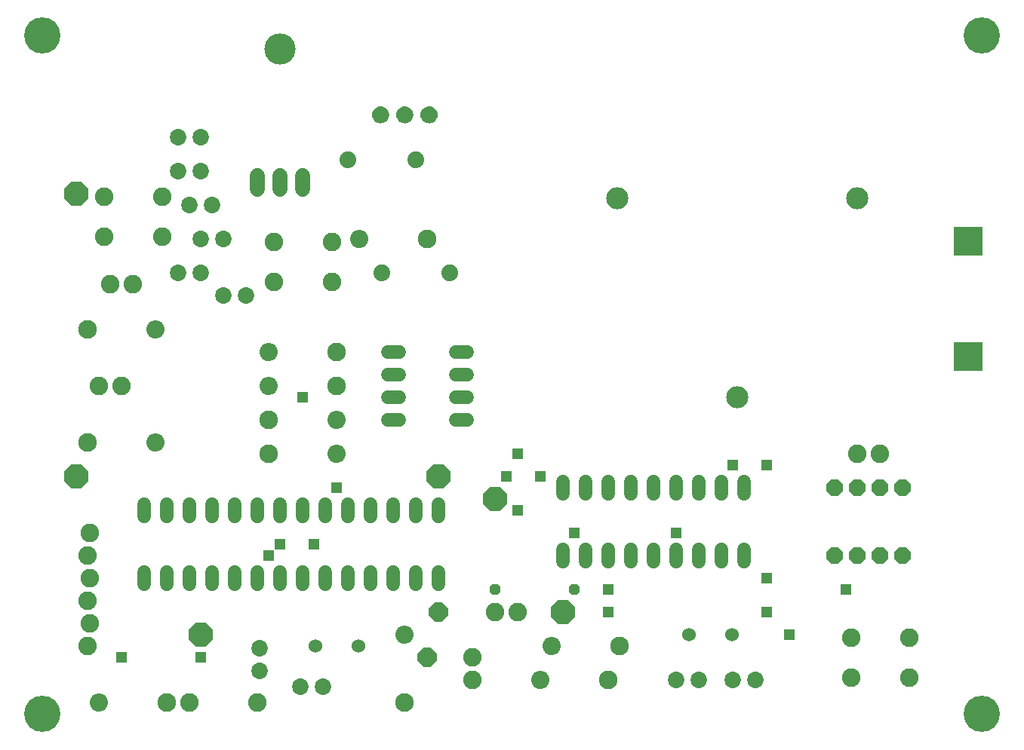
<source format=gbs>
G75*
%MOIN*%
%OFA0B0*%
%FSLAX25Y25*%
%IPPOS*%
%LPD*%
%AMOC8*
5,1,8,0,0,1.08239X$1,22.5*
%
%ADD10C,0.16000*%
%ADD11OC8,0.07100*%
%ADD12C,0.06000*%
%ADD13C,0.08200*%
%ADD14C,0.08062*%
%ADD15C,0.08246*%
%ADD16R,0.12800X0.12800*%
%ADD17C,0.09800*%
%ADD18C,0.06000*%
%ADD19C,0.07300*%
%ADD20C,0.07400*%
%ADD21C,0.06800*%
%ADD22C,0.13800*%
%ADD23C,0.00500*%
%ADD24R,0.04762X0.04762*%
%ADD25OC8,0.08400*%
%ADD26OC8,0.10800*%
%ADD27OC8,0.04762*%
D10*
X0021800Y0021800D03*
X0021800Y0321800D03*
X0436800Y0321800D03*
X0436800Y0021800D03*
D11*
X0401800Y0091800D03*
X0391800Y0091800D03*
X0381800Y0091800D03*
X0371800Y0091800D03*
X0371800Y0121800D03*
X0381800Y0121800D03*
X0391800Y0121800D03*
X0401800Y0121800D03*
D12*
X0331800Y0119200D02*
X0331800Y0124400D01*
X0321800Y0124400D02*
X0321800Y0119200D01*
X0311800Y0119200D02*
X0311800Y0124400D01*
X0301800Y0124400D02*
X0301800Y0119200D01*
X0291800Y0119200D02*
X0291800Y0124400D01*
X0281800Y0124400D02*
X0281800Y0119200D01*
X0271800Y0119200D02*
X0271800Y0124400D01*
X0261800Y0124400D02*
X0261800Y0119200D01*
X0251800Y0119200D02*
X0251800Y0124400D01*
X0251800Y0094400D02*
X0251800Y0089200D01*
X0261800Y0089200D02*
X0261800Y0094400D01*
X0271800Y0094400D02*
X0271800Y0089200D01*
X0281800Y0089200D02*
X0281800Y0094400D01*
X0291800Y0094400D02*
X0291800Y0089200D01*
X0301800Y0089200D02*
X0301800Y0094400D01*
X0311800Y0094400D02*
X0311800Y0089200D01*
X0321800Y0089200D02*
X0321800Y0094400D01*
X0331800Y0094400D02*
X0331800Y0089200D01*
X0209400Y0151800D02*
X0204200Y0151800D01*
X0204200Y0161800D02*
X0209400Y0161800D01*
X0209400Y0171800D02*
X0204200Y0171800D01*
X0204200Y0181800D02*
X0209400Y0181800D01*
X0179400Y0181800D02*
X0174200Y0181800D01*
X0174200Y0171800D02*
X0179400Y0171800D01*
X0179400Y0161800D02*
X0174200Y0161800D01*
X0174200Y0151800D02*
X0179400Y0151800D01*
X0176800Y0114400D02*
X0176800Y0109200D01*
X0166800Y0109200D02*
X0166800Y0114400D01*
X0156800Y0114400D02*
X0156800Y0109200D01*
X0146800Y0109200D02*
X0146800Y0114400D01*
X0136800Y0114400D02*
X0136800Y0109200D01*
X0126800Y0109200D02*
X0126800Y0114400D01*
X0116800Y0114400D02*
X0116800Y0109200D01*
X0106800Y0109200D02*
X0106800Y0114400D01*
X0096800Y0114400D02*
X0096800Y0109200D01*
X0086800Y0109200D02*
X0086800Y0114400D01*
X0076800Y0114400D02*
X0076800Y0109200D01*
X0066800Y0109200D02*
X0066800Y0114400D01*
X0066800Y0084400D02*
X0066800Y0079200D01*
X0076800Y0079200D02*
X0076800Y0084400D01*
X0086800Y0084400D02*
X0086800Y0079200D01*
X0096800Y0079200D02*
X0096800Y0084400D01*
X0106800Y0084400D02*
X0106800Y0079200D01*
X0116800Y0079200D02*
X0116800Y0084400D01*
X0126800Y0084400D02*
X0126800Y0079200D01*
X0136800Y0079200D02*
X0136800Y0084400D01*
X0146800Y0084400D02*
X0146800Y0079200D01*
X0156800Y0079200D02*
X0156800Y0084400D01*
X0166800Y0084400D02*
X0166800Y0079200D01*
X0176800Y0079200D02*
X0176800Y0084400D01*
X0186800Y0084400D02*
X0186800Y0079200D01*
X0196800Y0079200D02*
X0196800Y0084400D01*
X0196800Y0109200D02*
X0196800Y0114400D01*
X0186800Y0114400D02*
X0186800Y0109200D01*
D13*
X0221800Y0066800D03*
X0231800Y0066800D03*
X0211800Y0046800D03*
X0211800Y0036800D03*
X0116800Y0026800D03*
X0086800Y0026800D03*
X0041800Y0051800D03*
X0042800Y0061800D03*
X0041800Y0071800D03*
X0042800Y0081800D03*
X0041800Y0091800D03*
X0042800Y0101800D03*
X0046800Y0166800D03*
X0056800Y0166800D03*
X0051800Y0211800D03*
X0061800Y0211800D03*
X0049000Y0232900D03*
X0049000Y0250700D03*
X0074600Y0250700D03*
X0074600Y0232900D03*
X0124000Y0230700D03*
X0149600Y0230700D03*
X0149600Y0212900D03*
X0124000Y0212900D03*
X0379000Y0055700D03*
X0379000Y0037900D03*
X0404600Y0037900D03*
X0404600Y0055700D03*
X0391800Y0136800D03*
X0381800Y0136800D03*
D14*
X0246800Y0051800D03*
X0241800Y0036800D03*
X0181800Y0056800D03*
X0151800Y0136800D03*
X0151800Y0151800D03*
X0121800Y0166800D03*
X0121800Y0181800D03*
X0071800Y0191800D03*
X0071800Y0141800D03*
X0161800Y0231800D03*
X0046800Y0026800D03*
D15*
X0076800Y0026800D03*
X0181800Y0026800D03*
X0271800Y0036800D03*
X0276800Y0051800D03*
X0151800Y0166800D03*
X0151800Y0181800D03*
X0121800Y0151800D03*
X0121800Y0136800D03*
X0041800Y0141800D03*
X0041800Y0191800D03*
X0191800Y0231800D03*
D16*
X0430800Y0230800D03*
X0430800Y0179800D03*
D17*
X0381800Y0249800D03*
X0275800Y0249800D03*
X0328800Y0161800D03*
D18*
X0326300Y0056800D03*
X0307300Y0056800D03*
X0161300Y0051800D03*
X0142300Y0051800D03*
D19*
X0145800Y0033800D03*
X0135800Y0033800D03*
X0117800Y0040800D03*
X0117800Y0050800D03*
X0301800Y0036800D03*
X0311800Y0036800D03*
X0326800Y0036800D03*
X0336800Y0036800D03*
X0111800Y0206800D03*
X0101800Y0206800D03*
X0091800Y0216800D03*
X0081800Y0216800D03*
X0091800Y0231800D03*
X0101800Y0231800D03*
X0096800Y0246800D03*
X0086800Y0246800D03*
X0081800Y0261800D03*
X0091800Y0261800D03*
X0091800Y0276800D03*
X0081800Y0276800D03*
D20*
X0156800Y0266800D03*
X0186800Y0266800D03*
X0171800Y0216800D03*
X0201800Y0216800D03*
D21*
X0136800Y0253800D02*
X0136800Y0259800D01*
X0126800Y0259800D02*
X0126800Y0253800D01*
X0116800Y0253800D02*
X0116800Y0259800D01*
D22*
X0126800Y0315800D03*
D23*
X0168267Y0288720D02*
X0168705Y0289244D01*
X0169238Y0289672D01*
X0169843Y0289988D01*
X0170499Y0290180D01*
X0171180Y0290240D01*
X0171850Y0290161D01*
X0172491Y0289952D01*
X0173080Y0289622D01*
X0173592Y0289183D01*
X0174010Y0288653D01*
X0174316Y0288052D01*
X0174498Y0287403D01*
X0174550Y0286730D01*
X0174487Y0286070D01*
X0174297Y0285436D01*
X0173986Y0284850D01*
X0173567Y0284337D01*
X0173056Y0283915D01*
X0172473Y0283601D01*
X0171839Y0283407D01*
X0171180Y0283341D01*
X0170499Y0283401D01*
X0169844Y0283592D01*
X0169238Y0283908D01*
X0168706Y0284336D01*
X0168267Y0284860D01*
X0167939Y0285459D01*
X0167734Y0286111D01*
X0167660Y0286790D01*
X0167734Y0287469D01*
X0167938Y0288121D01*
X0168267Y0288720D01*
X0168140Y0288489D02*
X0174093Y0288489D01*
X0174333Y0287990D02*
X0167897Y0287990D01*
X0167741Y0287492D02*
X0174473Y0287492D01*
X0174530Y0286993D02*
X0167682Y0286993D01*
X0167692Y0286495D02*
X0174528Y0286495D01*
X0174465Y0285996D02*
X0167770Y0285996D01*
X0167927Y0285498D02*
X0174316Y0285498D01*
X0174065Y0284999D02*
X0168191Y0284999D01*
X0168568Y0284501D02*
X0173701Y0284501D01*
X0173162Y0284002D02*
X0169121Y0284002D01*
X0170147Y0283504D02*
X0172154Y0283504D01*
X0178614Y0285512D02*
X0178410Y0286173D01*
X0178340Y0286860D01*
X0178417Y0287529D01*
X0178622Y0288171D01*
X0178949Y0288760D01*
X0179385Y0289273D01*
X0179912Y0289692D01*
X0180511Y0290000D01*
X0181159Y0290185D01*
X0181830Y0290241D01*
X0182502Y0290168D01*
X0183146Y0289965D01*
X0183739Y0289641D01*
X0184256Y0289207D01*
X0184680Y0288680D01*
X0184992Y0288081D01*
X0185181Y0287433D01*
X0185240Y0286760D01*
X0185180Y0286099D01*
X0184992Y0285463D01*
X0184684Y0284875D01*
X0184266Y0284359D01*
X0183756Y0283934D01*
X0183173Y0283617D01*
X0182540Y0283420D01*
X0181880Y0283350D01*
X0181192Y0283415D01*
X0180530Y0283613D01*
X0179919Y0283936D01*
X0179383Y0284372D01*
X0178942Y0284904D01*
X0178614Y0285512D01*
X0178622Y0285498D02*
X0185002Y0285498D01*
X0185150Y0285996D02*
X0178465Y0285996D01*
X0178377Y0286495D02*
X0185216Y0286495D01*
X0185220Y0286993D02*
X0178355Y0286993D01*
X0178412Y0287492D02*
X0185164Y0287492D01*
X0185018Y0287990D02*
X0178564Y0287990D01*
X0178799Y0288489D02*
X0184779Y0288489D01*
X0184433Y0288987D02*
X0179142Y0288987D01*
X0179652Y0289486D02*
X0183924Y0289486D01*
X0183085Y0289984D02*
X0180480Y0289984D01*
X0178891Y0284999D02*
X0184749Y0284999D01*
X0184381Y0284501D02*
X0179276Y0284501D01*
X0179837Y0284002D02*
X0183838Y0284002D01*
X0182808Y0283504D02*
X0180896Y0283504D01*
X0189154Y0285996D02*
X0195868Y0285996D01*
X0195903Y0286116D02*
X0195717Y0285476D01*
X0195409Y0284884D01*
X0194992Y0284364D01*
X0194482Y0283935D01*
X0193898Y0283614D01*
X0193262Y0283413D01*
X0192600Y0283340D01*
X0191908Y0283402D01*
X0191242Y0283598D01*
X0190627Y0283920D01*
X0190087Y0284356D01*
X0189642Y0284888D01*
X0189310Y0285498D01*
X0189103Y0286160D01*
X0189030Y0286850D01*
X0189111Y0287531D01*
X0189324Y0288182D01*
X0189660Y0288779D01*
X0190106Y0289300D01*
X0190645Y0289723D01*
X0191257Y0290033D01*
X0191917Y0290218D01*
X0192600Y0290270D01*
X0193267Y0290192D01*
X0193906Y0289985D01*
X0194492Y0289657D01*
X0195003Y0289221D01*
X0195419Y0288694D01*
X0195725Y0288096D01*
X0195907Y0287449D01*
X0195960Y0286780D01*
X0195903Y0286116D01*
X0195936Y0286495D02*
X0189068Y0286495D01*
X0189047Y0286993D02*
X0195943Y0286993D01*
X0195895Y0287492D02*
X0189107Y0287492D01*
X0189262Y0287990D02*
X0195755Y0287990D01*
X0195524Y0288489D02*
X0189497Y0288489D01*
X0189838Y0288987D02*
X0195188Y0288987D01*
X0194693Y0289486D02*
X0190343Y0289486D01*
X0191161Y0289984D02*
X0193907Y0289984D01*
X0195723Y0285498D02*
X0189310Y0285498D01*
X0189582Y0284999D02*
X0195469Y0284999D01*
X0195102Y0284501D02*
X0189966Y0284501D01*
X0190525Y0284002D02*
X0194562Y0284002D01*
X0193548Y0283504D02*
X0191563Y0283504D01*
X0173747Y0288987D02*
X0168490Y0288987D01*
X0169006Y0289486D02*
X0173239Y0289486D01*
X0172392Y0289984D02*
X0169836Y0289984D01*
D24*
X0136800Y0161800D03*
X0151800Y0121800D03*
X0141800Y0096800D03*
X0126800Y0096800D03*
X0121800Y0091800D03*
X0091800Y0046800D03*
X0056800Y0046800D03*
X0226800Y0126800D03*
X0231800Y0136800D03*
X0241800Y0126800D03*
X0231800Y0111800D03*
X0256800Y0101800D03*
X0271800Y0076800D03*
X0271800Y0066800D03*
X0301800Y0101800D03*
X0326800Y0131800D03*
X0341800Y0131800D03*
X0341800Y0081800D03*
X0341800Y0066800D03*
X0351800Y0056800D03*
X0376800Y0076800D03*
D25*
X0196800Y0066800D03*
X0191800Y0046800D03*
D26*
X0251800Y0066800D03*
X0221800Y0116800D03*
X0196800Y0126800D03*
X0091800Y0056800D03*
X0036800Y0126800D03*
X0036800Y0251800D03*
D27*
X0221800Y0076800D03*
X0256800Y0076800D03*
M02*

</source>
